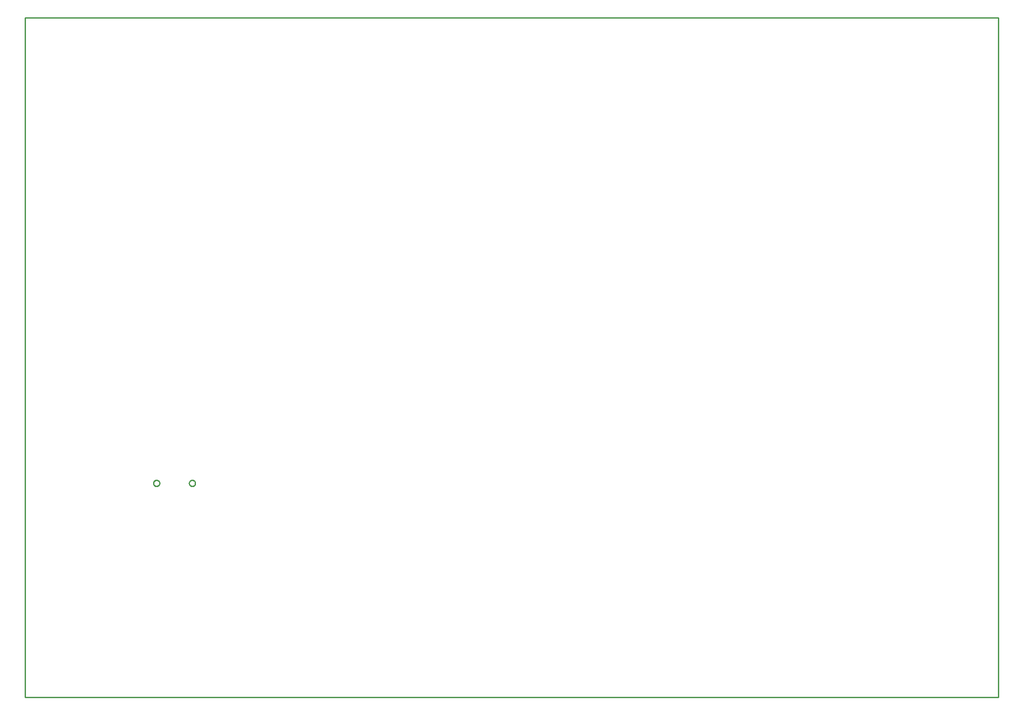
<source format=gbr>
G04 EAGLE Gerber RS-274X export*
G75*
%MOMM*%
%FSLAX34Y34*%
%LPD*%
%IN*%
%IPPOS*%
%AMOC8*
5,1,8,0,0,1.08239X$1,22.5*%
G01*
%ADD10C,0.254000*%


D10*
X-203200Y-139700D02*
X1701600Y-139700D01*
X1701600Y1190500D01*
X-203200Y1190500D01*
X-203200Y-139700D01*
X60100Y279063D02*
X60025Y278393D01*
X59875Y277736D01*
X59652Y277100D01*
X59360Y276493D01*
X59001Y275923D01*
X58581Y275396D01*
X58104Y274919D01*
X57578Y274499D01*
X57007Y274140D01*
X56400Y273848D01*
X55764Y273625D01*
X55107Y273475D01*
X54437Y273400D01*
X53763Y273400D01*
X53093Y273475D01*
X52436Y273625D01*
X51800Y273848D01*
X51193Y274140D01*
X50623Y274499D01*
X50096Y274919D01*
X49619Y275396D01*
X49199Y275923D01*
X48840Y276493D01*
X48548Y277100D01*
X48325Y277736D01*
X48175Y278393D01*
X48100Y279063D01*
X48100Y279737D01*
X48175Y280407D01*
X48325Y281064D01*
X48548Y281700D01*
X48840Y282307D01*
X49199Y282878D01*
X49619Y283404D01*
X50096Y283881D01*
X50623Y284301D01*
X51193Y284660D01*
X51800Y284952D01*
X52436Y285175D01*
X53093Y285325D01*
X53763Y285400D01*
X54437Y285400D01*
X55107Y285325D01*
X55764Y285175D01*
X56400Y284952D01*
X57007Y284660D01*
X57578Y284301D01*
X58104Y283881D01*
X58581Y283404D01*
X59001Y282878D01*
X59360Y282307D01*
X59652Y281700D01*
X59875Y281064D01*
X60025Y280407D01*
X60100Y279737D01*
X60100Y279063D01*
X130100Y279063D02*
X130025Y278393D01*
X129875Y277736D01*
X129652Y277100D01*
X129360Y276493D01*
X129001Y275923D01*
X128581Y275396D01*
X128104Y274919D01*
X127578Y274499D01*
X127007Y274140D01*
X126400Y273848D01*
X125764Y273625D01*
X125107Y273475D01*
X124437Y273400D01*
X123763Y273400D01*
X123093Y273475D01*
X122436Y273625D01*
X121800Y273848D01*
X121193Y274140D01*
X120623Y274499D01*
X120096Y274919D01*
X119619Y275396D01*
X119199Y275923D01*
X118840Y276493D01*
X118548Y277100D01*
X118325Y277736D01*
X118175Y278393D01*
X118100Y279063D01*
X118100Y279737D01*
X118175Y280407D01*
X118325Y281064D01*
X118548Y281700D01*
X118840Y282307D01*
X119199Y282878D01*
X119619Y283404D01*
X120096Y283881D01*
X120623Y284301D01*
X121193Y284660D01*
X121800Y284952D01*
X122436Y285175D01*
X123093Y285325D01*
X123763Y285400D01*
X124437Y285400D01*
X125107Y285325D01*
X125764Y285175D01*
X126400Y284952D01*
X127007Y284660D01*
X127578Y284301D01*
X128104Y283881D01*
X128581Y283404D01*
X129001Y282878D01*
X129360Y282307D01*
X129652Y281700D01*
X129875Y281064D01*
X130025Y280407D01*
X130100Y279737D01*
X130100Y279063D01*
M02*

</source>
